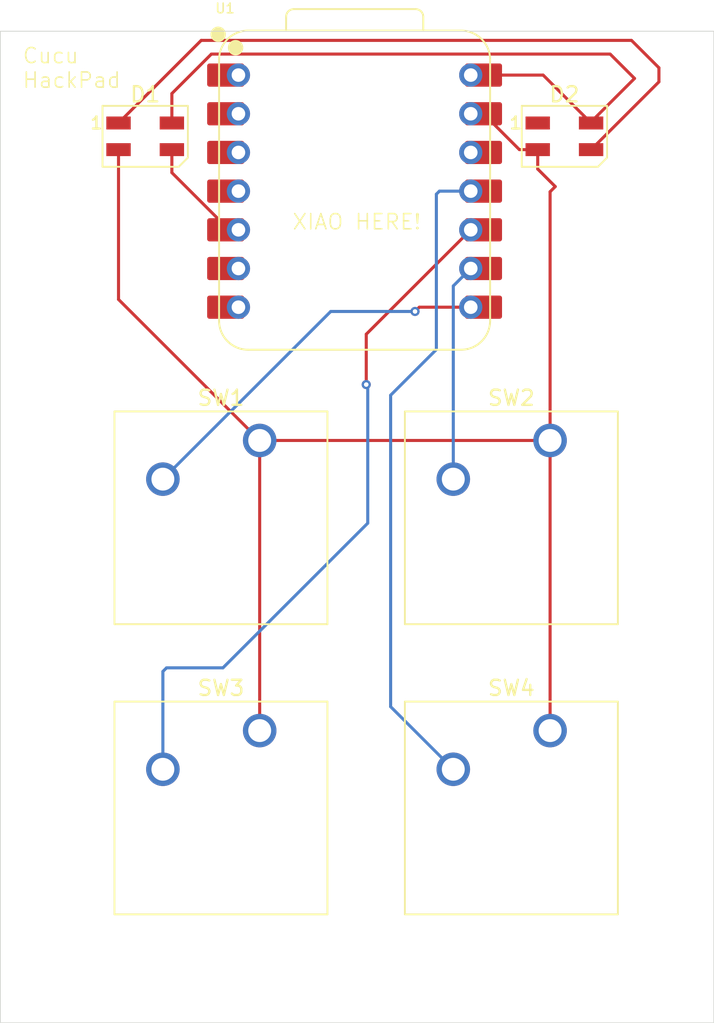
<source format=kicad_pcb>
(kicad_pcb (version 20241229) (generator "pcbnew") (generator_version "9.0")
  (layers (0 "F.Cu" signal) (2 "B.Cu" signal) (13 "F.Paste" user) (15 "B.Paste" user) (5 "F.SilkS" user "F.Silkscreen") (7 "B.SilkS" user "B.Silkscreen") (1 "F.Mask" user) (3 "B.Mask" user) (25 "Edge.Cuts" user))
  (net 0 "")
  (net 1 "+5V")
  (net 2 "Net-(D1-DOUT)")
  (net 3 "Net-(D1-DIN)")
  (net 4 "GND")
  (net 6 "Net-(U1-GPIO1{slash}RX)")
  (net 7 "Net-(U1-GPIO2{slash}SCK)")
  (net 8 "Net-(U1-GPIO4{slash}MISO)")
  (net 9 "Net-(U1-GPIO3{slash}MOSI)")
  (footprint "Button_Switch_Keyboard:SW_Cherry_MX_1.00u_PCB" (layer "F.Cu") (at 139.96 83.07)
    (property "Reference" "SW2" (at -2.54 -2.794 0) (layer "F.SilkS"))
    (property "Value" "SW_Push")
    (fp_line (start -9.525 -1.905) (end 4.445 -1.905) (stroke (width 0.12)) (layer "F.SilkS"))
    (fp_line (start -9.525 12.065) (end -9.525 -1.905) (stroke (width 0.12)) (layer "F.SilkS"))
    (fp_line (start 4.445 -1.905) (end 4.445 12.065) (stroke (width 0.12)) (layer "F.SilkS"))
    (fp_line (start 4.445 12.065) (end -9.525 12.065) (stroke (width 0.12)) (layer "F.SilkS"))
    (pad "" np_thru_hole circle (at -7.62 5.08) (size 1.7 1.7) (drill 1.7) (layers "*.Cu" "*.Mask"))
    (pad "" np_thru_hole circle (at -2.54 5.08) (size 4 4) (drill 4) (layers "*.Cu" "*.Mask"))
    (pad "" np_thru_hole circle (at 2.54 5.08) (size 1.7 1.7) (drill 1.7) (layers "*.Cu" "*.Mask"))
    (pad "1" thru_hole circle (at 0 0) (size 2.2 2.2) (drill 1.5) (layers "*.Cu" "*.Mask") (net 4 "GND"))
    (pad "2" thru_hole circle (at -6.35 2.54) (size 2.2 2.2) (drill 1.5) (layers "*.Cu" "*.Mask") (net 7 "Net-(U1-GPIO2{slash}SCK)"))
  )
  (footprint "Button_Switch_Keyboard:SW_Cherry_MX_1.00u_PCB" (layer "F.Cu") (at 120.91 83.07)
    (property "Reference" "SW1" (at -2.54 -2.794 0) (layer "F.SilkS"))
    (property "Value" "SW_Push")
    (fp_line (start -9.525 -1.905) (end 4.445 -1.905) (stroke (width 0.12)) (layer "F.SilkS"))
    (fp_line (start -9.525 12.065) (end -9.525 -1.905) (stroke (width 0.12)) (layer "F.SilkS"))
    (fp_line (start 4.445 -1.905) (end 4.445 12.065) (stroke (width 0.12)) (layer "F.SilkS"))
    (fp_line (start 4.445 12.065) (end -9.525 12.065) (stroke (width 0.12)) (layer "F.SilkS"))
    (pad "" np_thru_hole circle (at -7.62 5.08) (size 1.7 1.7) (drill 1.7) (layers "*.Cu" "*.Mask"))
    (pad "" np_thru_hole circle (at -2.54 5.08) (size 4 4) (drill 4) (layers "*.Cu" "*.Mask"))
    (pad "" np_thru_hole circle (at 2.54 5.08) (size 1.7 1.7) (drill 1.7) (layers "*.Cu" "*.Mask"))
    (pad "1" thru_hole circle (at 0 0) (size 2.2 2.2) (drill 1.5) (layers "*.Cu" "*.Mask") (net 4 "GND"))
    (pad "2" thru_hole circle (at -6.35 2.54) (size 2.2 2.2) (drill 1.5) (layers "*.Cu" "*.Mask") (net 6 "Net-(U1-GPIO1{slash}RX)"))
  )
  (footprint "OPL Lib (Hackpad):XIAO-RP2040-DIP" (layer "F.Cu") (at 127.136 66.6995)
    (property "Reference" "U1" (at -8.5 -12 0) (layer "F.SilkS") (effects (font (size 0.635 0.635) (thickness 0.1016))))
    (property "Value" "XIAO-RP2040-DIP")
    (fp_line (start -8.89 8.509) (end -8.89 -8.636) (stroke (width 0.127)) (layer "F.SilkS"))
    (fp_line (start -6.985 10.414) (end 6.985 10.414) (stroke (width 0.127)) (layer "F.SilkS"))
    (fp_line (start -4.495 -10.541) (end -4.491272 -11.451272) (stroke (width 0.127)) (layer "F.SilkS"))
    (fp_line (start -3.991272 -11.951) (end 4.004 -11.951) (stroke (width 0.127)) (layer "F.SilkS"))
    (fp_line (start 4.504 -11.451) (end 4.504 -10.541) (stroke (width 0.127)) (layer "F.SilkS"))
    (fp_line (start 6.985 -10.541) (end -6.985 -10.541) (stroke (width 0.1)) (layer "F.SilkS"))
    (fp_line (start 6.985 -10.541) (end -6.985 -10.541) (stroke (width 0.127)) (layer "F.SilkS"))
    (fp_line (start 8.89 8.509) (end 8.89 -8.636) (stroke (width 0.127)) (layer "F.SilkS"))
    (fp_arc (start -8.89 -8.636) (mid -8.332038 -9.983038) (end -6.985 -10.541) (stroke (width 0.127)) (layer "F.SilkS"))
    (fp_arc (start -6.985 10.414) (mid -8.332038 9.856038) (end -8.89 8.509) (stroke (width 0.127)) (layer "F.SilkS"))
    (fp_arc (start -4.491272 -11.451272) (mid -4.344728 -11.80464) (end -3.991272 -11.951) (stroke (width 0.127)) (layer "F.SilkS"))
    (fp_arc (start 4.004 -11.951) (mid 4.357553 -11.804553) (end 4.504 -11.451) (stroke (width 0.127)) (layer "F.SilkS"))
    (fp_arc (start 6.985 -10.541) (mid 8.332038 -9.983038) (end 8.89 -8.636) (stroke (width 0.127)) (layer "F.SilkS"))
    (fp_arc (start 8.89 8.509) (mid 8.332038 9.856038) (end 6.985 10.414) (stroke (width 0.127)) (layer "F.SilkS"))
    (fp_circle (center -8.95 -10.3) (end -8.95 -10.554) (stroke (width 0.5)) (fill yes) (layer "F.SilkS"))
    (fp_circle (center -7.807 -9.42) (end -7.807 -9.674) (stroke (width 0.5)) (fill yes) (layer "F.SilkS"))
    (pad "1" smd roundrect (at -8.455 -7.62 180) (size 2.432 1.524) (layers "F.Cu" "F.Mask") (roundrect_rratio 0.1))
    (pad "1" thru_hole circle (at -7.62 -7.62 180) (size 1.524 1.524) (drill 0.889) (layers "*.Cu" "*.Mask"))
    (pad "2" smd roundrect (at -8.455 -5.08 180) (size 2.432 1.524) (layers "F.Cu" "F.Mask") (roundrect_rratio 0.1))
    (pad "2" thru_hole circle (at -7.62 -5.08 180) (size 1.524 1.524) (drill 0.889) (layers "*.Cu" "*.Mask"))
    (pad "3" smd roundrect (at -8.455 -2.54 180) (size 2.432 1.524) (layers "F.Cu" "F.Mask") (roundrect_rratio 0.1))
    (pad "3" thru_hole circle (at -7.62 -2.54 180) (size 1.524 1.524) (drill 0.889) (layers "*.Cu" "*.Mask"))
    (pad "4" smd roundrect (at -8.455 0 180) (size 2.432 1.524) (layers "F.Cu" "F.Mask") (roundrect_rratio 0.1))
    (pad "4" thru_hole circle (at -7.62 0 180) (size 1.524 1.524) (drill 0.889) (layers "*.Cu" "*.Mask"))
    (pad "5" smd roundrect (at -8.455 2.54 180) (size 2.432 1.524) (layers "F.Cu" "F.Mask") (roundrect_rratio 0.1) (net 3 "Net-(D1-DIN)"))
    (pad "5" thru_hole circle (at -7.62 2.54 180) (size 1.524 1.524) (drill 0.889) (layers "*.Cu" "*.Mask") (net 3 "Net-(D1-DIN)"))
    (pad "6" smd roundrect (at -8.455 5.08 180) (size 2.432 1.524) (layers "F.Cu" "F.Mask") (roundrect_rratio 0.1))
    (pad "6" thru_hole circle (at -7.62 5.08 180) (size 1.524 1.524) (drill 0.889) (layers "*.Cu" "*.Mask"))
    (pad "7" smd roundrect (at -8.455 7.62 180) (size 2.432 1.524) (layers "F.Cu" "F.Mask") (roundrect_rratio 0.1))
    (pad "7" thru_hole circle (at -7.62 7.62 180) (size 1.524 1.524) (drill 0.889) (layers "*.Cu" "*.Mask"))
    (pad "8" thru_hole circle (at 7.62 7.62) (size 1.524 1.524) (drill 0.889) (layers "*.Cu" "*.Mask") (net 6 "Net-(U1-GPIO1{slash}RX)"))
    (pad "8" smd roundrect (at 8.455 7.62) (size 2.432 1.524) (layers "F.Cu" "F.Mask") (roundrect_rratio 0.1) (net 6 "Net-(U1-GPIO1{slash}RX)"))
    (pad "9" thru_hole circle (at 7.62 5.08) (size 1.524 1.524) (drill 0.889) (layers "*.Cu" "*.Mask") (net 7 "Net-(U1-GPIO2{slash}SCK)"))
    (pad "9" smd roundrect (at 8.455 5.08) (size 2.432 1.524) (layers "F.Cu" "F.Mask") (roundrect_rratio 0.1) (net 7 "Net-(U1-GPIO2{slash}SCK)"))
    (pad "10" thru_hole circle (at 7.62 2.54) (size 1.524 1.524) (drill 0.889) (layers "*.Cu" "*.Mask") (net 8 "Net-(U1-GPIO4{slash}MISO)"))
    (pad "10" smd roundrect (at 8.455 2.54) (size 2.432 1.524) (layers "F.Cu" "F.Mask") (roundrect_rratio 0.1) (net 8 "Net-(U1-GPIO4{slash}MISO)"))
    (pad "11" thru_hole circle (at 7.62 0) (size 1.524 1.524) (drill 0.889) (layers "*.Cu" "*.Mask") (net 9 "Net-(U1-GPIO3{slash}MOSI)"))
    (pad "11" smd roundrect (at 8.455 0) (size 2.432 1.524) (layers "F.Cu" "F.Mask") (roundrect_rratio 0.1) (net 9 "Net-(U1-GPIO3{slash}MOSI)"))
    (pad "12" thru_hole circle (at 7.62 -2.54) (size 1.524 1.524) (drill 0.889) (layers "*.Cu" "*.Mask"))
    (pad "12" smd roundrect (at 8.455 -2.54) (size 2.432 1.524) (layers "F.Cu" "F.Mask") (roundrect_rratio 0.1))
    (pad "13" thru_hole circle (at 7.62 -5.08) (size 1.524 1.524) (drill 0.889) (layers "*.Cu" "*.Mask") (net 4 "GND"))
    (pad "13" smd roundrect (at 8.455 -5.08) (size 2.432 1.524) (layers "F.Cu" "F.Mask") (roundrect_rratio 0.1) (net 4 "GND"))
    (pad "14" thru_hole circle (at 7.62 -7.62) (size 1.524 1.524) (drill 0.889) (layers "*.Cu" "*.Mask") (net 1 "+5V"))
    (pad "14" smd roundrect (at 8.455 -7.62) (size 2.432 1.524) (layers "F.Cu" "F.Mask") (roundrect_rratio 0.1) (net 1 "+5V"))
  )
  (footprint "LED_SMD:LED_SK6812MINI_PLCC4_3.5x3.5mm_P1.75mm" (layer "F.Cu") (at 140.9 63.1)
    (property "Reference" "D2" (at 0 -2.75 0) (layer "F.SilkS"))
    (property "Value" "SK6812MINI")
    (fp_line (start -2.8 -2) (end -2.8 2) (stroke (width 0.12)) (layer "F.SilkS"))
    (fp_line (start -2.8 -2) (end 2.8 -2) (stroke (width 0.12)) (layer "F.SilkS"))
    (fp_line (start -2.8 2) (end 2.2 2) (stroke (width 0.12)) (layer "F.SilkS"))
    (fp_line (start 2.8 1.4) (end 2.2 2) (stroke (width 0.12)) (layer "F.SilkS"))
    (fp_line (start 2.8 1.4) (end 2.8 -2) (stroke (width 0.12)) (layer "F.SilkS"))
    (fp_text user "1" (at -3.2 -0.875 0) (layer "F.SilkS") (effects (font (size 0.8 0.8))))
    (pad "1" smd rect (at -1.75 -0.875) (size 1.6 0.85) (layers "F.Cu" "F.Mask" "F.Paste"))
    (pad "2" smd rect (at -1.75 0.875) (size 1.6 0.85) (layers "F.Cu" "F.Mask" "F.Paste") (net 4 "GND"))
    (pad "3" smd rect (at 1.75 0.875) (size 1.6 0.85) (layers "F.Cu" "F.Mask" "F.Paste") (net 2 "Net-(D1-DOUT)"))
    (pad "4" smd rect (at 1.75 -0.875) (size 1.6 0.85) (layers "F.Cu" "F.Mask" "F.Paste") (net 1 "+5V"))
  )
  (footprint "LED_SMD:LED_SK6812MINI_PLCC4_3.5x3.5mm_P1.75mm" (layer "F.Cu") (at 113.4 63.1)
    (property "Reference" "D1" (at 0 -2.75 0) (layer "F.SilkS"))
    (property "Value" "SK6812MINI")
    (fp_line (start -2.8 -2) (end -2.8 2) (stroke (width 0.12)) (layer "F.SilkS"))
    (fp_line (start -2.8 -2) (end 2.8 -2) (stroke (width 0.12)) (layer "F.SilkS"))
    (fp_line (start -2.8 2) (end 2.2 2) (stroke (width 0.12)) (layer "F.SilkS"))
    (fp_line (start 2.8 1.4) (end 2.2 2) (stroke (width 0.12)) (layer "F.SilkS"))
    (fp_line (start 2.8 1.4) (end 2.8 -2) (stroke (width 0.12)) (layer "F.SilkS"))
    (fp_text user "1" (at -3.2 -0.875 0) (layer "F.SilkS") (effects (font (size 0.8 0.8))))
    (pad "1" smd rect (at -1.75 -0.875) (size 1.6 0.85) (layers "F.Cu" "F.Mask" "F.Paste") (net 2 "Net-(D1-DOUT)"))
    (pad "2" smd rect (at -1.75 0.875) (size 1.6 0.85) (layers "F.Cu" "F.Mask" "F.Paste") (net 4 "GND"))
    (pad "3" smd rect (at 1.75 0.875) (size 1.6 0.85) (layers "F.Cu" "F.Mask" "F.Paste") (net 3 "Net-(D1-DIN)"))
    (pad "4" smd rect (at 1.75 -0.875) (size 1.6 0.85) (layers "F.Cu" "F.Mask" "F.Paste") (net 1 "+5V"))
  )
  (footprint "Button_Switch_Keyboard:SW_Cherry_MX_1.00u_PCB" (layer "F.Cu") (at 120.91 102.12)
    (property "Reference" "SW3" (at -2.54 -2.794 0) (layer "F.SilkS"))
    (property "Value" "SW_Push")
    (fp_line (start -9.525 -1.905) (end 4.445 -1.905) (stroke (width 0.12)) (layer "F.SilkS"))
    (fp_line (start -9.525 12.065) (end -9.525 -1.905) (stroke (width 0.12)) (layer "F.SilkS"))
    (fp_line (start 4.445 -1.905) (end 4.445 12.065) (stroke (width 0.12)) (layer "F.SilkS"))
    (fp_line (start 4.445 12.065) (end -9.525 12.065) (stroke (width 0.12)) (layer "F.SilkS"))
    (pad "" np_thru_hole circle (at -7.62 5.08) (size 1.7 1.7) (drill 1.7) (layers "*.Cu" "*.Mask"))
    (pad "" np_thru_hole circle (at -2.54 5.08) (size 4 4) (drill 4) (layers "*.Cu" "*.Mask"))
    (pad "" np_thru_hole circle (at 2.54 5.08) (size 1.7 1.7) (drill 1.7) (layers "*.Cu" "*.Mask"))
    (pad "1" thru_hole circle (at 0 0) (size 2.2 2.2) (drill 1.5) (layers "*.Cu" "*.Mask") (net 4 "GND"))
    (pad "2" thru_hole circle (at -6.35 2.54) (size 2.2 2.2) (drill 1.5) (layers "*.Cu" "*.Mask") (net 8 "Net-(U1-GPIO4{slash}MISO)"))
  )
  (footprint "Button_Switch_Keyboard:SW_Cherry_MX_1.00u_PCB" (layer "F.Cu") (at 139.96 102.12)
    (property "Reference" "SW4" (at -2.54 -2.794 0) (layer "F.SilkS"))
    (property "Value" "SW_Push")
    (fp_line (start -9.525 -1.905) (end 4.445 -1.905) (stroke (width 0.12)) (layer "F.SilkS"))
    (fp_line (start -9.525 12.065) (end -9.525 -1.905) (stroke (width 0.12)) (layer "F.SilkS"))
    (fp_line (start 4.445 -1.905) (end 4.445 12.065) (stroke (width 0.12)) (layer "F.SilkS"))
    (fp_line (start 4.445 12.065) (end -9.525 12.065) (stroke (width 0.12)) (layer "F.SilkS"))
    (pad "" np_thru_hole circle (at -7.62 5.08) (size 1.7 1.7) (drill 1.7) (layers "*.Cu" "*.Mask"))
    (pad "" np_thru_hole circle (at -2.54 5.08) (size 4 4) (drill 4) (layers "*.Cu" "*.Mask"))
    (pad "" np_thru_hole circle (at 2.54 5.08) (size 1.7 1.7) (drill 1.7) (layers "*.Cu" "*.Mask"))
    (pad "1" thru_hole circle (at 0 0) (size 2.2 2.2) (drill 1.5) (layers "*.Cu" "*.Mask") (net 4 "GND"))
    (pad "2" thru_hole circle (at -6.35 2.54) (size 2.2 2.2) (drill 1.5) (layers "*.Cu" "*.Mask") (net 9 "Net-(U1-GPIO3{slash}MOSI)"))
  )
  (gr_rect (start 103.9 56.2) (end 150.7 121.3) (stroke (width 0.05)) (fill no) (layer "Edge.Cuts"))
  (gr_text "XIAO HERE!" (at 123 69.3 0) (layer "F.SilkS") (effects (font (size 1 1) (thickness 0.1)) (justify left bottom)))
  (gr_text "Cucu\nHackPad" (at 105.3 60 0) (layer "F.SilkS") (effects (font (size 1 1) (thickness 0.1)) (justify left bottom)))
  (segment (start 145.5 59.3) (end 142.65 62.15) (width 0.2) (layer "F.Cu") (net 1))
  (segment (start 139.5045 59.0795) (end 142.65 62.225) (width 0.2) (layer "F.Cu") (net 1))
  (segment (start 115.15 62.225) (end 115.15 60.291874) (width 0.2) (layer "F.Cu") (net 1))
  (segment (start 142.65 62.15) (end 142.65 62.225) (width 0.2) (layer "F.Cu") (net 1))
  (segment (start 134.756 59.0795) (end 139.5045 59.0795) (width 0.2) (layer "F.Cu") (net 1))
  (segment (start 117.741874 57.7) (end 143.9 57.7) (width 0.2) (layer "F.Cu") (net 1))
  (segment (start 143.9 57.7) (end 145.5 59.3) (width 0.2) (layer "F.Cu") (net 1))
  (segment (start 115.15 60.291874) (end 117.741874 57.7) (width 0.2) (layer "F.Cu") (net 1))
  (segment (start 117.074 56.801) (end 145.301 56.801) (width 0.2) (layer "F.Cu") (net 2))
  (segment (start 147.1 59.525) (end 142.65 63.975) (width 0.2) (layer "F.Cu") (net 2))
  (segment (start 147.1 58.6) (end 147.1 59.525) (width 0.2) (layer "F.Cu") (net 2))
  (segment (start 111.65 62.225) (end 117.074 56.801) (width 0.2) (layer "F.Cu") (net 2))
  (segment (start 145.301 56.801) (end 147.1 58.6) (width 0.2) (layer "F.Cu") (net 2))
  (segment (start 118.902374 69.2395) (end 119.516 69.2395) (width 0.2) (layer "F.Cu") (net 3))
  (segment (start 115.15 63.975) (end 115.15 65.487126) (width 0.2) (layer "F.Cu") (net 3))
  (segment (start 115.15 65.487126) (end 118.902374 69.2395) (width 0.2) (layer "F.Cu") (net 3))
  (segment (start 135.591 61.6195) (end 137.9465 63.975) (width 0.2) (layer "F.Cu") (net 4))
  (segment (start 111.65 73.81) (end 111.65 63.975) (width 0.2) (layer "F.Cu") (net 4))
  (segment (start 139.96 83.07) (end 120.91 83.07) (width 0.2) (layer "F.Cu") (net 4))
  (segment (start 139.15 65.25) (end 140.3 66.4) (width 0.2) (layer "F.Cu") (net 4))
  (segment (start 139.96 66.74) (end 139.96 83.07) (width 0.2) (layer "F.Cu") (net 4))
  (segment (start 137.9465 63.975) (end 139.15 63.975) (width 0.2) (layer "F.Cu") (net 4))
  (segment (start 120.91 83.07) (end 111.65 73.81) (width 0.2) (layer "F.Cu") (net 4))
  (segment (start 139.96 83.07) (end 139.96 102.12) (width 0.2) (layer "F.Cu") (net 4))
  (segment (start 139.15 63.975) (end 139.15 65.25) (width 0.2) (layer "F.Cu") (net 4))
  (segment (start 140.3 66.4) (end 139.96 66.74) (width 0.2) (layer "F.Cu") (net 4))
  (segment (start 120.91 83.07) (end 120.91 102.12) (width 0.2) (layer "F.Cu") (net 4))
  (segment (start 131.3805 74.3195) (end 134.756 74.3195) (width 0.2) (layer "F.Cu") (net 6))
  (segment (start 131.1 74.6) (end 131.3805 74.3195) (width 0.2) (layer "F.Cu") (net 6))
  (via (at 131.1 74.6) (size 0.6) (drill 0.3) (layers "F.Cu" "B.Cu") (net 6))
  (segment (start 125.57 74.6) (end 131.1 74.6) (width 0.2) (layer "B.Cu") (net 6))
  (segment (start 114.56 85.61) (end 125.57 74.6) (width 0.2) (layer "B.Cu") (net 6))
  (segment (start 133.61 85.61) (end 133.61 72.9255) (width 0.2) (layer "B.Cu") (net 7))
  (segment (start 133.61 72.9255) (end 134.756 71.7795) (width 0.2) (layer "B.Cu") (net 7))
  (segment (start 127.9 76.0955) (end 134.756 69.2395) (width 0.2) (layer "F.Cu") (net 8))
  (segment (start 127.9 79.4) (end 127.9 76.0955) (width 0.2) (layer "F.Cu") (net 8))
  (via (at 127.9 79.4) (size 0.6) (drill 0.3) (layers "F.Cu" "B.Cu") (net 8))
  (segment (start 128 88.5) (end 128 79.5) (width 0.2) (layer "B.Cu") (net 8))
  (segment (start 114.8 98) (end 118.5 98) (width 0.2) (layer "B.Cu") (net 8))
  (segment (start 114.56 98.24) (end 114.8 98) (width 0.2) (layer "B.Cu") (net 8))
  (segment (start 118.5 98) (end 128 88.5) (width 0.2) (layer "B.Cu") (net 8))
  (segment (start 114.56 104.66) (end 114.5 104.6) (width 0.2) (layer "B.Cu") (net 8))
  (segment (start 114.56 104.66) (end 114.56 98.24) (width 0.2) (layer "B.Cu") (net 8))
  (segment (start 128 79.5) (end 127.9 79.4) (width 0.2) (layer "B.Cu") (net 8))
  (segment (start 132.7005 66.6995) (end 134.756 66.6995) (width 0.2) (layer "B.Cu") (net 9))
  (segment (start 132.5 77.1) (end 132.5 66.9) (width 0.2) (layer "B.Cu") (net 9))
  (segment (start 132.5 66.9) (end 132.7005 66.6995) (width 0.2) (layer "B.Cu") (net 9))
  (segment (start 129.5 100.55) (end 129.5 80.1) (width 0.2) (layer "B.Cu") (net 9))
  (segment (start 129.5 80.1) (end 132.5 77.1) (width 0.2) (layer "B.Cu") (net 9))
  (segment (start 133.61 104.66) (end 129.5 100.55) (width 0.2) (layer "B.Cu") (net 9))
)
</source>
